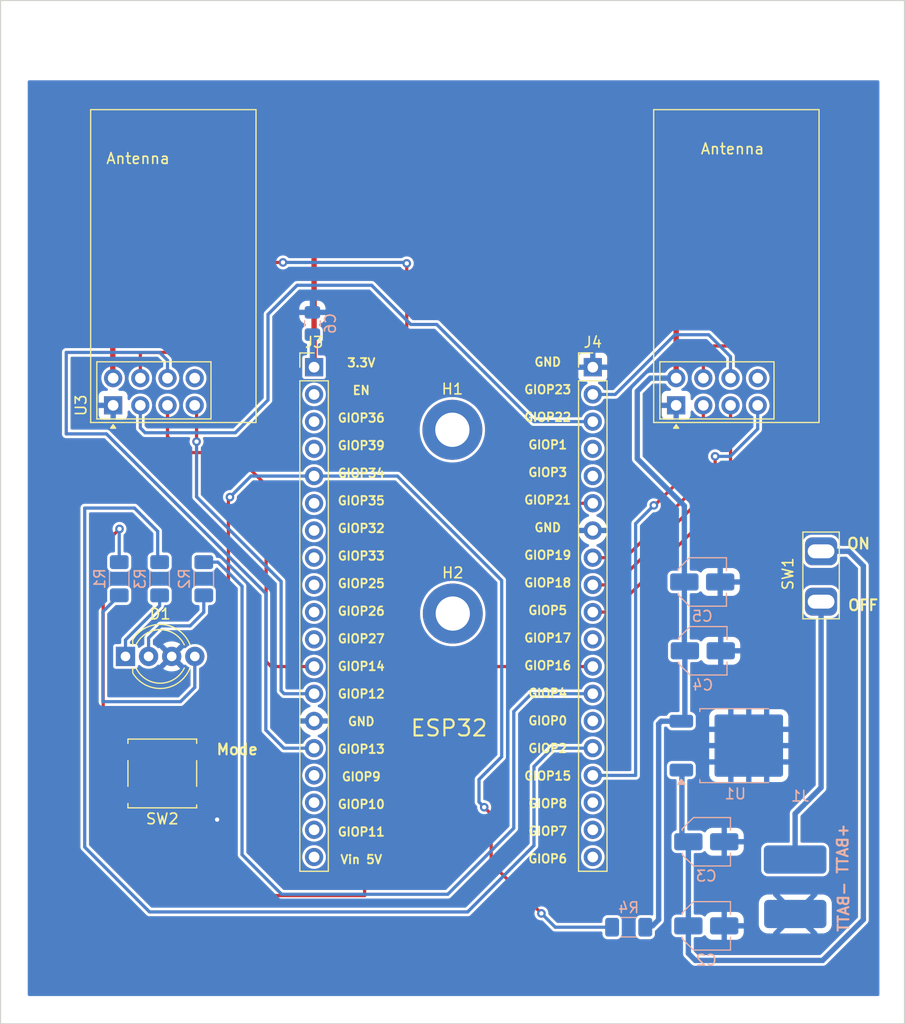
<source format=kicad_pcb>
(kicad_pcb (version 20241229) (generator "pcbnew") (generator_version "9.0")
  (layers (0 "F.Cu" signal) (2 "B.Cu" signal) (13 "F.Paste" user) (15 "B.Paste" user) (5 "F.SilkS" user "F.Silkscreen") (7 "B.SilkS" user "B.Silkscreen") (1 "F.Mask" user) (3 "B.Mask" user) (25 "Edge.Cuts" user))
  (net 0 "")
  (net 1 "+5V")
  (net 2 "GND")
  (net 3 "+3.3V")
  (net 4 "Net-(D1-GA)")
  (net 5 "Net-(D1-BA)")
  (net 6 "Net-(D1-RA)")
  (net 15 "Net-(J3-Pin_15)")
  (net 17 "Net-(J3-Pin_12)")
  (net 21 "Net-(J3-Pin_5)")
  (net 23 "Net-(J3-Pin_13)")
  (net 24 "Net-(J4-Pin_9)")
  (net 27 "Net-(J4-Pin_8)")
  (net 28 "Net-(J4-Pin_2)")
  (net 31 "Net-(J4-Pin_16)")
  (net 32 "Net-(J4-Pin_13)")
  (net 33 "Net-(J4-Pin_12)")
  (net 35 "Net-(J4-Pin_15)")
  (net 36 "Net-(J4-Pin_3)")
  (net 38 "Net-(J4-Pin_10)")
  (net 39 "Net-(J4-Pin_6)")
  (net 43 "+BATT")
  (footprint "Connector_PinHeader_2.54mm:PinHeader_1x19_P2.54mm_Vertical" (layer "F.Cu") (at 174.88 76.18)
    (property "Reference" "J3" (at 0 -2.33 0) (layer "F.SilkS"))
    (property "Value" "Conn_01x19_Socket")
    (fp_line (start -1.33 -1.33) (end 0 -1.33) (stroke (width 0.12)) (layer "F.SilkS"))
    (fp_line (start -1.33 0) (end -1.33 -1.33) (stroke (width 0.12)) (layer "F.SilkS"))
    (fp_line (start -1.33 1.27) (end -1.33 47.05) (stroke (width 0.12)) (layer "F.SilkS"))
    (fp_line (start -1.33 1.27) (end 1.33 1.27) (stroke (width 0.12)) (layer "F.SilkS"))
    (fp_line (start -1.33 47.05) (end 1.33 47.05) (stroke (width 0.12)) (layer "F.SilkS"))
    (fp_line (start 1.33 1.27) (end 1.33 47.05) (stroke (width 0.12)) (layer "F.SilkS"))
    (pad "1" thru_hole rect (at 0 0) (size 1.7 1.7) (drill 1) (layers "*.Cu" "*.Mask") (net 3 "+3.3V"))
    (pad "2" thru_hole oval (at 0 2.54) (size 1.7 1.7) (drill 1) (layers "*.Cu" "*.Mask"))
    (pad "3" thru_hole oval (at 0 5.08) (size 1.7 1.7) (drill 1) (layers "*.Cu" "*.Mask"))
    (pad "4" thru_hole oval (at 0 7.62) (size 1.7 1.7) (drill 1) (layers "*.Cu" "*.Mask"))
    (pad "5" thru_hole oval (at 0 10.16) (size 1.7 1.7) (drill 1) (layers "*.Cu" "*.Mask") (net 21 "Net-(J3-Pin_5)"))
    (pad "6" thru_hole oval (at 0 12.7) (size 1.7 1.7) (drill 1) (layers "*.Cu" "*.Mask"))
    (pad "7" thru_hole oval (at 0 15.24) (size 1.7 1.7) (drill 1) (layers "*.Cu" "*.Mask"))
    (pad "8" thru_hole oval (at 0 17.78) (size 1.7 1.7) (drill 1) (layers "*.Cu" "*.Mask"))
    (pad "9" thru_hole oval (at 0 20.32) (size 1.7 1.7) (drill 1) (layers "*.Cu" "*.Mask"))
    (pad "10" thru_hole oval (at 0 22.86) (size 1.7 1.7) (drill 1) (layers "*.Cu" "*.Mask"))
    (pad "11" thru_hole oval (at 0 25.4) (size 1.7 1.7) (drill 1) (layers "*.Cu" "*.Mask"))
    (pad "12" thru_hole oval (at 0 27.94) (size 1.7 1.7) (drill 1) (layers "*.Cu" "*.Mask") (net 17 "Net-(J3-Pin_12)"))
    (pad "13" thru_hole oval (at 0 30.48) (size 1.7 1.7) (drill 1) (layers "*.Cu" "*.Mask") (net 23 "Net-(J3-Pin_13)"))
    (pad "14" thru_hole oval (at 0 33.02) (size 1.7 1.7) (drill 1) (layers "*.Cu" "*.Mask") (net 2 "GND"))
    (pad "15" thru_hole oval (at 0 35.56) (size 1.7 1.7) (drill 1) (layers "*.Cu" "*.Mask") (net 15 "Net-(J3-Pin_15)"))
    (pad "16" thru_hole oval (at 0 38.1) (size 1.7 1.7) (drill 1) (layers "*.Cu" "*.Mask"))
    (pad "17" thru_hole oval (at 0 40.64) (size 1.7 1.7) (drill 1) (layers "*.Cu" "*.Mask"))
    (pad "18" thru_hole oval (at 0 43.18) (size 1.7 1.7) (drill 1) (layers "*.Cu" "*.Mask"))
    (pad "19" thru_hole oval (at 0 45.72) (size 1.7 1.7) (drill 1) (layers "*.Cu" "*.Mask"))
  )
  (footprint "Connector_PinHeader_2.54mm:PinHeader_1x19_P2.54mm_Vertical" (layer "F.Cu") (at 200.92 76.18)
    (property "Reference" "J4" (at 0 -2.33 0) (layer "F.SilkS"))
    (property "Value" "Conn_01x19_Socket")
    (fp_line (start -1.33 -1.33) (end 0 -1.33) (stroke (width 0.12)) (layer "F.SilkS"))
    (fp_line (start -1.33 0) (end -1.33 -1.33) (stroke (width 0.12)) (layer "F.SilkS"))
    (fp_line (start -1.33 1.27) (end -1.33 47.05) (stroke (width 0.12)) (layer "F.SilkS"))
    (fp_line (start -1.33 1.27) (end 1.33 1.27) (stroke (width 0.12)) (layer "F.SilkS"))
    (fp_line (start -1.33 47.05) (end 1.33 47.05) (stroke (width 0.12)) (layer "F.SilkS"))
    (fp_line (start 1.33 1.27) (end 1.33 47.05) (stroke (width 0.12)) (layer "F.SilkS"))
    (pad "1" thru_hole rect (at 0 0) (size 1.7 1.7) (drill 1) (layers "*.Cu" "*.Mask") (net 2 "GND"))
    (pad "2" thru_hole oval (at 0 2.54) (size 1.7 1.7) (drill 1) (layers "*.Cu" "*.Mask") (net 28 "Net-(J4-Pin_2)"))
    (pad "3" thru_hole oval (at 0 5.08) (size 1.7 1.7) (drill 1) (layers "*.Cu" "*.Mask") (net 36 "Net-(J4-Pin_3)"))
    (pad "4" thru_hole oval (at 0 7.62) (size 1.7 1.7) (drill 1) (layers "*.Cu" "*.Mask"))
    (pad "5" thru_hole oval (at 0 10.16) (size 1.7 1.7) (drill 1) (layers "*.Cu" "*.Mask"))
    (pad "6" thru_hole oval (at 0 12.7) (size 1.7 1.7) (drill 1) (layers "*.Cu" "*.Mask") (net 39 "Net-(J4-Pin_6)"))
    (pad "7" thru_hole oval (at 0 15.24) (size 1.7 1.7) (drill 1) (layers "*.Cu" "*.Mask") (net 2 "GND"))
    (pad "8" thru_hole oval (at 0 17.78) (size 1.7 1.7) (drill 1) (layers "*.Cu" "*.Mask") (net 27 "Net-(J4-Pin_8)"))
    (pad "9" thru_hole oval (at 0 20.32) (size 1.7 1.7) (drill 1) (layers "*.Cu" "*.Mask") (net 24 "Net-(J4-Pin_9)"))
    (pad "10" thru_hole oval (at 0 22.86) (size 1.7 1.7) (drill 1) (layers "*.Cu" "*.Mask") (net 38 "Net-(J4-Pin_10)"))
    (pad "11" thru_hole oval (at 0 25.4) (size 1.7 1.7) (drill 1) (layers "*.Cu" "*.Mask"))
    (pad "12" thru_hole oval (at 0 27.94) (size 1.7 1.7) (drill 1) (layers "*.Cu" "*.Mask") (net 33 "Net-(J4-Pin_12)"))
    (pad "13" thru_hole oval (at 0 30.48) (size 1.7 1.7) (drill 1) (layers "*.Cu" "*.Mask") (net 32 "Net-(J4-Pin_13)"))
    (pad "14" thru_hole oval (at 0 33.02) (size 1.7 1.7) (drill 1) (layers "*.Cu" "*.Mask"))
    (pad "15" thru_hole oval (at 0 35.56) (size 1.7 1.7) (drill 1) (layers "*.Cu" "*.Mask") (net 35 "Net-(J4-Pin_15)"))
    (pad "16" thru_hole oval (at 0 38.1) (size 1.7 1.7) (drill 1) (layers "*.Cu" "*.Mask") (net 31 "Net-(J4-Pin_16)"))
    (pad "17" thru_hole oval (at 0 40.64) (size 1.7 1.7) (drill 1) (layers "*.Cu" "*.Mask"))
    (pad "18" thru_hole oval (at 0 43.18) (size 1.7 1.7) (drill 1) (layers "*.Cu" "*.Mask"))
    (pad "19" thru_hole oval (at 0 45.72) (size 1.7 1.7) (drill 1) (layers "*.Cu" "*.Mask"))
  )
  (footprint "RF_Module:nRF24L01_Breakout" (layer "F.Cu") (at 208.71 79.74 90)
    (property "Reference" "U2" (hide yes))
    (property "Value" "NRF24L01_Breakout")
    (fp_line (start 27.6 -2.1) (end 27.6 13.35) (stroke (width 0.12)) (layer "F.SilkS"))
    (fp_line (start -1.6 -2.1) (end 27.6 -2.1) (stroke (width 0.12)) (layer "F.SilkS"))
    (fp_line (start -1.6 -2.1) (end -1.6 -2.1) (stroke (width 0.12)) (layer "F.SilkS"))
    (fp_line (start 4.064 -1.524) (end 4.064 9.144) (stroke (width 0.12)) (layer "F.SilkS"))
    (fp_line (start -1.27 -1.524) (end 4.064 -1.524) (stroke (width 0.12)) (layer "F.SilkS"))
    (fp_line (start -1.27 -1.524) (end -1.27 -1.524) (stroke (width 0.12)) (layer "F.SilkS"))
    (fp_line (start 4.064 9.144) (end -1.27 9.144) (stroke (width 0.12)) (layer "F.SilkS"))
    (fp_line (start -1.27 9.144) (end -1.27 -1.524) (stroke (width 0.12)) (layer "F.SilkS"))
    (fp_line (start -1.27 9.144) (end -1.27 9.144) (stroke (width 0.12)) (layer "F.SilkS"))
    (fp_line (start 27.6 13.35) (end -1.6 13.35) (stroke (width 0.12)) (layer "F.SilkS"))
    (fp_line (start -1.6 13.35) (end -1.6 -2.1) (stroke (width 0.12)) (layer "F.SilkS"))
    (fp_poly (pts (xy -1.8 0) (xy -2.136 0.24) (xy -2.136 -0.24) (xy -1.8 0)) (stroke (width 0.12)) (fill yes) (layer "F.SilkS"))
    (pad "1" thru_hole rect (at 0 0 90) (size 1.7 1.7) (drill 1) (layers "*.Cu" "*.Mask") (net 2 "GND"))
    (pad "2" thru_hole circle (at 2.54 0 90) (size 1.7 1.7) (drill 1) (layers "*.Cu" "*.Mask") (net 3 "+3.3V"))
    (pad "3" thru_hole circle (at 0 2.54 90) (size 1.7 1.7) (drill 1) (layers "*.Cu" "*.Mask") (net 31 "Net-(J4-Pin_16)"))
    (pad "4" thru_hole circle (at 2.54 2.54 90) (size 1.7 1.7) (drill 1) (layers "*.Cu" "*.Mask") (net 38 "Net-(J4-Pin_10)"))
    (pad "5" thru_hole circle (at 0 5.08 90) (size 1.7 1.7) (drill 1) (layers "*.Cu" "*.Mask") (net 24 "Net-(J4-Pin_9)"))
    (pad "6" thru_hole circle (at 2.54 5.08 90) (size 1.7 1.7) (drill 1) (layers "*.Cu" "*.Mask") (net 28 "Net-(J4-Pin_2)"))
    (pad "7" thru_hole circle (at 0 7.62 90) (size 1.7 1.7) (drill 1) (layers "*.Cu" "*.Mask") (net 27 "Net-(J4-Pin_8)"))
    (pad "8" thru_hole circle (at 2.54 7.62 90) (size 1.7 1.7) (drill 1) (layers "*.Cu" "*.Mask"))
  )
  (footprint "LED_THT:LED_D5.0mm-4_RGB_Wide_Pins" (layer "F.Cu") (at 157.26 103.175)
    (property "Reference" "D1" (at 3.2385 -3.96 0) (layer "F.SilkS"))
    (property "Value" "LED_BGKR")
    (fp_line (start 0.6785 -1.545) (end 0.6785 -1.08) (stroke (width 0.12)) (layer "F.SilkS"))
    (fp_line (start 0.6785 1.08) (end 0.6785 1.545) (stroke (width 0.12)) (layer "F.SilkS"))
    (fp_arc (start 0.6785 -1.54483) (mid 3.496956 -2.978809) (end 6.026315 -1.080827) (stroke (width 0.12)) (layer "F.SilkS"))
    (fp_arc (start 0.983816 -1.08) (mid 3.238262 -2.5) (end 5.492979 -1.080429) (stroke (width 0.12)) (layer "F.SilkS"))
    (fp_arc (start 5.492979 1.080429) (mid 3.238262 2.5) (end 0.983816 1.08) (stroke (width 0.12)) (layer "F.SilkS"))
    (fp_arc (start 6.026315 1.080827) (mid 3.496956 2.978808) (end 0.6785 1.54483) (stroke (width 0.12)) (layer "F.SilkS"))
    (pad "1" thru_hole rect (at 0 0) (size 1.8 1.8) (drill 0.9) (layers "*.Cu" "*.Mask") (net 5 "Net-(D1-BA)"))
    (pad "2" thru_hole circle (at 2.159 0) (size 1.8 1.8) (drill 0.9) (layers "*.Cu" "*.Mask") (net 4 "Net-(D1-GA)"))
    (pad "3" thru_hole circle (at 4.318 0) (size 1.8 1.8) (drill 0.9) (layers "*.Cu" "*.Mask") (net 2 "GND"))
    (pad "4" thru_hole circle (at 6.477 0) (size 1.8 1.8) (drill 0.9) (layers "*.Cu" "*.Mask") (net 6 "Net-(D1-RA)"))
  )
  (footprint "Button_Switch_SMD:SW_Push_1P1T_NO_CK_KSC7xxJ" (layer "F.Cu") (at 160.7 114.1)
    (property "Reference" "SW2" (at 0 4.24 0) (layer "F.SilkS"))
    (property "Value" "SW_Push")
    (fp_line (start -3.21 -3.21) (end -3.21 -2.8) (stroke (width 0.12)) (layer "F.SilkS"))
    (fp_line (start -3.21 -1.2) (end -3.21 1.2) (stroke (width 0.12)) (layer "F.SilkS"))
    (fp_line (start -3.21 2.8) (end -3.21 3.21) (stroke (width 0.12)) (layer "F.SilkS"))
    (fp_line (start -3.21 3.21) (end 3.21 3.21) (stroke (width 0.12)) (layer "F.SilkS"))
    (fp_line (start 3.21 -3.21) (end -3.21 -3.21) (stroke (width 0.12)) (layer "F.SilkS"))
    (fp_line (start 3.21 -2.8) (end 3.21 -3.21) (stroke (width 0.12)) (layer "F.SilkS"))
    (fp_line (start 3.21 1.2) (end 3.21 -1.2) (stroke (width 0.12)) (layer "F.SilkS"))
    (fp_line (start 3.21 3.21) (end 3.21 2.93) (stroke (width 0.12)) (layer "F.SilkS"))
    (pad "1" smd rect (at -2.9 -2) (size 2.8 1) (layers "F.Cu" "F.Mask" "F.Paste") (net 21 "Net-(J3-Pin_5)"))
    (pad "1" smd rect (at 2.9 -2) (size 2.8 1) (layers "F.Cu" "F.Mask" "F.Paste") (net 21 "Net-(J3-Pin_5)"))
    (pad "2" smd rect (at -2.9 2) (size 2.8 1) (layers "F.Cu" "F.Mask" "F.Paste") (net 2 "GND"))
    (pad "2" smd rect (at 2.9 2) (size 2.8 1) (layers "F.Cu" "F.Mask" "F.Paste") (net 2 "GND"))
  )
  (footprint "MountingHole:MountingHole_3.2mm_M3_DIN965_Pad" (layer "F.Cu") (at 187.84 99.175)
    (property "Reference" "H2" (at 0 -3.8 0) (layer "F.SilkS"))
    (property "Value" "MountingHole")
    (pad "1" thru_hole circle (at 0 0) (size 5.6 5.6) (drill 3.2) (layers "*.Cu" "*.Mask"))
  )
  (footprint "Huellas_propias:spst 1" (layer "F.Cu") (at 222.45 98.165 90)
    (property "Reference" "SW1" (at 2.7 -3.3 90) (layer "F.SilkS"))
    (property "Value" "SW_DIP_x01")
    (fp_line (start -1.5 -1.9) (end 6.6 -1.9) (stroke (width 0.12)) (layer "F.SilkS"))
    (fp_line (start -1.5 -1.9) (end -1.5 1.5) (stroke (width 0.12)) (layer "F.SilkS"))
    (fp_line (start 6.6 1.5) (end 6.6 -1.9) (stroke (width 0.12)) (layer "F.SilkS"))
    (fp_line (start 6.6 1.5) (end -1.5 1.5) (stroke (width 0.12)) (layer "F.SilkS"))
    (pad "1" thru_hole roundrect (at 0.1 -0.2 90) (size 2.6 3) (drill oval 1.3 2.5) (layers "*.Cu" "*.Mask") (net 43 "+BATT"))
    (pad "2" thru_hole roundrect (at 4.8 -0.2 90) (size 2.6 3) (drill oval 1.3 2.5) (layers "*.Cu" "*.Mask") (net 1 "+5V"))
  )
  (footprint "RF_Module:nRF24L01_Breakout" (layer "F.Cu") (at 156.105 79.74 90)
    (property "Reference" "U3" (at 0 -3 90) (layer "F.SilkS"))
    (property "Value" "NRF24L01_Breakout")
    (fp_line (start 27.6 -2.1) (end 27.6 13.35) (stroke (width 0.12)) (layer "F.SilkS"))
    (fp_line (start -1.6 -2.1) (end 27.6 -2.1) (stroke (width 0.12)) (layer "F.SilkS"))
    (fp_line (start -1.6 -2.1) (end -1.6 -2.1) (stroke (width 0.12)) (layer "F.SilkS"))
    (fp_line (start 4.064 -1.524) (end 4.064 9.144) (stroke (width 0.12)) (layer "F.SilkS"))
    (fp_line (start -1.27 -1.524) (end 4.064 -1.524) (stroke (width 0.12)) (layer "F.SilkS"))
    (fp_line (start -1.27 -1.524) (end -1.27 -1.524) (stroke (width 0.12)) (layer "F.SilkS"))
    (fp_line (start 4.064 9.144) (end -1.27 9.144) (stroke (width 0.12)) (layer "F.SilkS"))
    (fp_line (start -1.27 9.144) (end -1.27 -1.524) (stroke (width 0.12)) (layer "F.SilkS"))
    (fp_line (start -1.27 9.144) (end -1.27 9.144) (stroke (width 0.12)) (layer "F.SilkS"))
    (fp_line (start 27.6 13.35) (end -1.6 13.35) (stroke (width 0.12)) (layer "F.SilkS"))
    (fp_line (start -1.6 13.35) (end -1.6 -2.1) (stroke (width 0.12)) (layer "F.SilkS"))
    (fp_poly (pts (xy -1.8 0) (xy -2.136 0.24) (xy -2.136 -0.24) (xy -1.8 0)) (stroke (width 0.12)) (fill yes) (layer "F.SilkS"))
    (pad "1" thru_hole rect (at 0 0 90) (size 1.7 1.7) (drill 1) (layers "*.Cu" "*.Mask") (net 2 "GND"))
    (pad "2" thru_hole circle (at 2.54 0 90) (size 1.7 1.7) (drill 1) (layers "*.Cu" "*.Mask") (net 3 "+3.3V"))
    (pad "3" thru_hole circle (at 0 2.54 90) (size 1.7 1.7) (drill 1) (layers "*.Cu" "*.Mask") (net 36 "Net-(J4-Pin_3)"))
    (pad "4" thru_hole circle (at 2.54 2.54 90) (size 1.7 1.7) (drill 1) (layers "*.Cu" "*.Mask") (net 39 "Net-(J4-Pin_6)"))
    (pad "5" thru_hole circle (at 0 5.08 90) (size 1.7 1.7) (drill 1) (layers "*.Cu" "*.Mask") (net 17 "Net-(J3-Pin_12)"))
    (pad "6" thru_hole circle (at 2.54 5.08 90) (size 1.7 1.7) (drill 1) (layers "*.Cu" "*.Mask") (net 15 "Net-(J3-Pin_15)"))
    (pad "7" thru_hole circle (at 0 7.62 90) (size 1.7 1.7) (drill 1) (layers "*.Cu" "*.Mask") (net 23 "Net-(J3-Pin_13)"))
    (pad "8" thru_hole circle (at 2.54 7.62 90) (size 1.7 1.7) (drill 1) (layers "*.Cu" "*.Mask"))
  )
  (footprint "MountingHole:MountingHole_3.2mm_M3_DIN965_Pad" (layer "F.Cu") (at 187.8 82.02)
    (property "Reference" "H1" (at 0 -3.8 0) (layer "F.SilkS"))
    (property "Value" "MountingHole")
    (pad "1" thru_hole circle (at 0 0) (size 5.6 5.6) (drill 3.2) (layers "*.Cu" "*.Mask"))
  )
  (footprint "Resistor_SMD:R_1206_3216Metric_Pad1.30x1.75mm_HandSolder" (layer "B.Cu") (at 164.575 95.925 -90)
    (property "Reference" "R2" (at 0 1.82 90) (layer "B.SilkS") (effects (justify mirror)))
    (property "Value" "220")
    (fp_line (start -0.727064 0.91) (end 0.727064 0.91) (stroke (width 0.12)) (layer "B.SilkS"))
    (fp_line (start -0.727064 -0.91) (end 0.727064 -0.91) (stroke (width 0.12)) (layer "B.SilkS"))
    (pad "1" smd roundrect (at -1.55 0 270) (size 1.3 1.75) (layers "B.Cu" "B.Mask" "B.Paste") (roundrect_rratio 0.192308) (net 32 "Net-(J4-Pin_13)"))
    (pad "2" smd roundrect (at 1.55 0 270) (size 1.3 1.75) (layers "B.Cu" "B.Mask" "B.Paste") (roundrect_rratio 0.192308) (net 4 "Net-(D1-GA)"))
  )
  (footprint "Capacitor_SMD:C_Elec_4x5.4" (layer "B.Cu") (at 211.525 128.325)
    (property "Reference" "C2" (at 0 3.2 180) (layer "B.SilkS") (effects (justify mirror)))
    (property "Value" "2.2u")
    (fp_line (start -2.26 -1.195563) (end -2.26 -1.06) (stroke (width 0.12)) (layer "B.SilkS"))
    (fp_line (start -2.26 -1.195563) (end -1.195563 -2.26) (stroke (width 0.12)) (layer "B.SilkS"))
    (fp_line (start -2.26 1.195563) (end -2.26 1.06) (stroke (width 0.12)) (layer "B.SilkS"))
    (fp_line (start -2.26 1.195563) (end -1.195563 2.26) (stroke (width 0.12)) (layer "B.SilkS"))
    (fp_line (start -1.195563 -2.26) (end 2.26 -2.26) (stroke (width 0.12)) (layer "B.SilkS"))
    (fp_line (start -1.195563 2.26) (end 2.26 2.26) (stroke (width 0.12)) (layer "B.SilkS"))
    (fp_line (start 2.26 -2.26) (end 2.26 -1.06) (stroke (width 0.12)) (layer "B.SilkS"))
    (fp_line (start 2.26 2.26) (end 2.26 1.06) (stroke (width 0.12)) (layer "B.SilkS"))
    (pad "1" smd roundrect (at -1.675 0) (size 2.65 1.6) (layers "B.Cu" "B.Mask" "B.Paste") (roundrect_rratio 0.15625) (net 1 "+5V"))
    (pad "2" smd roundrect (at 1.675 0) (size 2.65 1.6) (layers "B.Cu" "B.Mask" "B.Paste") (roundrect_rratio 0.15625) (net 2 "GND"))
  )
  (footprint "Resistor_SMD:R_1206_3216Metric_Pad1.30x1.75mm_HandSolder" (layer "B.Cu") (at 156.675 95.925 -90)
    (property "Reference" "R1" (at 0 1.82 90) (layer "B.SilkS") (effects (justify mirror)))
    (property "Value" "220")
    (fp_line (start -0.727064 0.91) (end 0.727064 0.91) (stroke (width 0.12)) (layer "B.SilkS"))
    (fp_line (start -0.727064 -0.91) (end 0.727064 -0.91) (stroke (width 0.12)) (layer "B.SilkS"))
    (pad "1" smd roundrect (at -1.55 0 270) (size 1.3 1.75) (layers "B.Cu" "B.Mask" "B.Paste") (roundrect_rratio 0.192308) (net 33 "Net-(J4-Pin_12)"))
    (pad "2" smd roundrect (at 1.55 0 270) (size 1.3 1.75) (layers "B.Cu" "B.Mask" "B.Paste") (roundrect_rratio 0.192308) (net 6 "Net-(D1-RA)"))
  )
  (footprint "Capacitor_SMD:C_0805_2012Metric_Pad1.18x1.45mm_HandSolder" (layer "B.Cu") (at 174.725 72.1 90)
    (property "Reference" "C6" (at 0 1.68 90) (layer "B.SilkS") (effects (justify mirror)))
    (property "Value" "100n")
    (fp_line (start -0.261252 -0.735) (end 0.261252 -0.735) (stroke (width 0.12)) (layer "B.SilkS"))
    (fp_line (start -0.261252 0.735) (end 0.261252 0.735) (stroke (width 0.12)) (layer "B.SilkS"))
    (pad "1" smd roundrect (at -1.0375 0 90) (size 1.175 1.45) (layers "B.Cu" "B.Mask" "B.Paste") (roundrect_rratio 0.212766) (net 3 "+3.3V"))
    (pad "2" smd roundrect (at 1.0375 0 90) (size 1.175 1.45) (layers "B.Cu" "B.Mask" "B.Paste") (roundrect_rratio 0.212766) (net 2 "GND"))
  )
  (footprint "Resistor_SMD:R_1206_3216Metric_Pad1.30x1.75mm_HandSolder" (layer "B.Cu") (at 160.45 95.925 -90)
    (property "Reference" "R3" (at 0 1.82 90) (layer "B.SilkS") (effects (justify mirror)))
    (property "Value" "220")
    (fp_line (start -0.727064 0.91) (end 0.727064 0.91) (stroke (width 0.12)) (layer "B.SilkS"))
    (fp_line (start -0.727064 -0.91) (end 0.727064 -0.91) (stroke (width 0.12)) (layer "B.SilkS"))
    (pad "1" smd roundrect (at -1.55 0 270) (size 1.3 1.75) (layers "B.Cu" "B.Mask" "B.Paste") (roundrect_rratio 0.192308) (net 35 "Net-(J4-Pin_15)"))
    (pad "2" smd roundrect (at 1.55 0 270) (size 1.3 1.75) (layers "B.Cu" "B.Mask" "B.Paste") (roundrect_rratio 0.192308) (net 5 "Net-(D1-BA)"))
  )
  (footprint "Capacitor_SMD:C_Elec_4x5.4" (layer "B.Cu") (at 211.15 96.225)
    (property "Reference" "C5" (at 0 3.2 180) (layer "B.SilkS") (effects (justify mirror)))
    (property "Value" "2.2u")
    (fp_line (start -2.26 -1.195563) (end -2.26 -1.06) (stroke (width 0.12)) (layer "B.SilkS"))
    (fp_line (start -2.26 -1.195563) (end -1.195563 -2.26) (stroke (width 0.12)) (layer "B.SilkS"))
    (fp_line (start -2.26 1.195563) (end -2.26 1.06) (stroke (width 0.12)) (layer "B.SilkS"))
    (fp_line (start -2.26 1.195563) (end -1.195563 2.26) (stroke (width 0.12)) (layer "B.SilkS"))
    (fp_line (start -1.195563 -2.26) (end 2.26 -2.26) (stroke (width 0.12)) (layer "B.SilkS"))
    (fp_line (start -1.195563 2.26) (end 2.26 2.26) (stroke (width 0.12)) (layer "B.SilkS"))
    (fp_line (start 2.26 -2.26) (end 2.26 -1.06) (stroke (width 0.12)) (layer "B.SilkS"))
    (fp_line (start 2.26 2.26) (end 2.26 1.06) (stroke (width 0.12)) (layer "B.SilkS"))
    (pad "1" smd roundrect (at -1.675 0) (size 2.65 1.6) (layers "B.Cu" "B.Mask" "B.Paste") (roundrect_rratio 0.15625) (net 3 "+3.3V"))
    (pad "2" smd roundrect (at 1.675 0) (size 2.65 1.6) (layers "B.Cu" "B.Mask" "B.Paste") (roundrect_rratio 0.15625) (net 2 "GND"))
  )
  (footprint "Package_TO_SOT_SMD:TO-252-2" (layer "B.Cu") (at 214.235 111.5025)
    (property "Reference" "U1" (at 0 4.5 180) (layer "B.SilkS") (effects (justify mirror)))
    (property "Value" "LF33_TO252")
    (fp_line (start -3.31 -3.45) (end -3.31 -3.18) (stroke (width 0.12)) (layer "B.SilkS"))
    (fp_line (start -3.31 3.45) (end -3.31 3.18) (stroke (width 0.12)) (layer "B.SilkS"))
    (fp_line (start 3.11 -3.45) (end -3.31 -3.45) (stroke (width 0.12)) (layer "B.SilkS"))
    (fp_line (start 3.11 3.45) (end -3.31 3.45) (stroke (width 0.12)) (layer "B.SilkS"))
    (fp_poly (pts (xy -5.04 3.14) (xy -5.38 3.61) (xy -4.7 3.61) (xy -5.04 3.14)) (stroke (width 0.12)) (fill yes) (layer "B.SilkS"))
    (pad "1" smd roundrect (at -5.04 2.28) (size 2.2 1.2) (layers "B.Cu" "B.Mask" "B.Paste") (roundrect_rratio 0.208333) (net 1 "+5V"))
    (pad "2" smd roundrect (at -0.415 -1.525) (size 3.05 2.75) (layers "B.Cu" "B.Paste") (roundrect_rratio 0.090909) (net 2 "GND"))
    (pad "2" smd roundrect (at -0.415 1.525) (size 3.05 2.75) (layers "B.Cu" "B.Paste") (roundrect_rratio 0.090909) (net 2 "GND"))
    (pad "2" smd roundrect (at 1.26 0) (size 6.4 5.8) (layers "B.Cu" "B.Mask") (roundrect_rratio 0.043103) (net 2 "GND"))
    (pad "2" smd roundrect (at 2.935 -1.525) (size 3.05 2.75) (layers "B.Cu" "B.Paste") (roundrect_rratio 0.090909) (net 2 "GND"))
    (pad "2" smd roundrect (at 2.935 1.525) (size 3.05 2.75) (layers "B.Cu" "B.Paste") (roundrect_rratio 0.090909) (net 2 "GND"))
    (pad "3" smd roundrect (at -5.04 -2.28) (size 2.2 1.2) (layers "B.Cu" "B.Mask" "B.Paste") (roundrect_rratio 0.208333) (net 3 "+3.3V"))
  )
  (footprint "Capacitor_SMD:C_Elec_4x5.4" (layer "B.Cu") (at 211.2 102.65)
    (property "Reference" "C4" (at 0 3.2 180) (layer "B.SilkS") (effects (justify mirror)))
    (property "Value" "10u")
    (fp_line (start -2.26 -1.195563) (end -2.26 -1.06) (stroke (width 0.12)) (layer "B.SilkS"))
    (fp_line (start -2.26 -1.195563) (end -1.195563 -2.26) (stroke (width 0.12)) (layer "B.SilkS"))
    (fp_line (start -2.26 1.195563) (end -2.26 1.06) (stroke (width 0.12)) (layer "B.SilkS"))
    (fp_line (start -2.26 1.195563) (end -1.195563 2.26) (stroke (width 0.12)) (layer "B.SilkS"))
    (fp_line (start -1.195563 -2.26) (end 2.26 -2.26) (stroke (width 0.12)) (layer "B.SilkS"))
    (fp_line (start -1.195563 2.26) (end 2.26 2.26) (stroke (width 0.12)) (layer "B.SilkS"))
    (fp_line (start 2.26 -2.26) (end 2.26 -1.06) (stroke (width 0.12)) (layer "B.SilkS"))
    (fp_line (start 2.26 2.26) (end 2.26 1.06) (stroke (width 0.12)) (layer "B.SilkS"))
    (pad "1" smd roundrect (at -1.675 0) (size 2.65 1.6) (layers "B.Cu" "B.Mask" "B.Paste") (roundrect_rratio 0.15625) (net 3 "+3.3V"))
    (pad "2" smd roundrect (at 1.675 0) (size 2.65 1.6) (layers "B.Cu" "B.Mask" "B.Paste") (roundrect_rratio 0.15625) (net 2 "GND"))
  )
  (footprint "Resistor_SMD:R_1206_3216Metric_Pad1.30x1.75mm_HandSolder" (layer "B.Cu") (at 204.275 128.45 180)
    (property "Reference" "R4" (at 0 1.82 0) (layer "B.SilkS") (effects (justify mirror)))
    (property "Value" "1k")
    (fp_line (start -0.727064 0.91) (end 0.727064 0.91) (stroke (width 0.12)) (layer "B.SilkS"))
    (fp_line (start -0.727064 -0.91) (end 0.727064 -0.91) (stroke (width 0.12)) (layer "B.SilkS"))
    (pad "1" smd roundrect (at -1.55 0 180) (size 1.3 1.75) (layers "B.Cu" "B.Mask" "B.Paste") (roundrect_rratio 0.192308) (net 3 "+3.3V"))
    (pad "2" smd roundrect (at 1.55 0 180) (size 1.3 1.75) (layers "B.Cu" "B.Mask" "B.Paste") (roundrect_rratio 0.192308) (net 21 "Net-(J3-Pin_5)"))
  )
  (footprint "Capacitor_SMD:C_Elec_4x5.4" (layer "B.Cu") (at 211.525 120.475)
    (property "Reference" "C3" (at 0 3.2 180) (layer "B.SilkS") (effects (justify mirror)))
    (property "Value" "10u")
    (fp_line (start -2.26 -1.195563) (end -2.26 -1.06) (stroke (width 0.12)) (layer "B.SilkS"))
    (fp_line (start -2.26 -1.195563) (end -1.195563 -2.26) (stroke (width 0.12)) (layer "B.SilkS"))
    (fp_line (start -2.26 1.195563) (end -2.26 1.06) (stroke (width 0.12)) (layer "B.SilkS"))
    (fp_line (start -2.26 1.195563) (end -1.195563 2.26) (stroke (width 0.12)) (layer "B.SilkS"))
    (fp_line (start -1.195563 -2.26) (end 2.26 -2.26) (stroke (width 0.12)) (layer "B.SilkS"))
    (fp_line (start -1.195563 2.26) (end 2.26 2.26) (stroke (width 0.12)) (layer "B.SilkS"))
    (fp_line (start 2.26 -2.26) (end 2.26 -1.06) (stroke (width 0.12)) (layer "B.SilkS"))
    (fp_line (start 2.26 2.26) (end 2.26 1.06) (stroke (width 0.12)) (layer "B.SilkS"))
    (pad "1" smd roundrect (at -1.675 0) (size 2.65 1.6) (layers "B.Cu" "B.Mask" "B.Paste") (roundrect_rratio 0.15625) (net 1 "+5V"))
    (pad "2" smd roundrect (at 1.675 0) (size 2.65 1.6) (layers "B.Cu" "B.Mask" "B.Paste") (roundrect_rratio 0.15625) (net 2 "GND"))
  )
  (footprint "Huellas_propias:conector_pad" (layer "B.Cu") (at 223.1 114.51625 180)
    (property "Reference" "J1" (at 2.8 -1.7 0) (layer "B.SilkS") (effects (justify mirror)))
    (property "Value" "Conn_01x02_Pin" (hide yes))
    (pad "1" smd roundrect (at 3.27375 -7.6175 180) (size 5.8525 2.635) (layers "B.Cu" "B.Mask" "B.Paste") (roundrect_rratio 0.15) (net 43 "+BATT"))
    (pad "2" smd roundrect (at 3.26 -12.7 180) (size 5.825 2.635) (layers "B.Cu" "B.Mask" "B.Paste") (roundrect_rratio 0.15) (net 2 "GND"))
  )
  (gr_rect (start 145.585 41.955) (end 230.045 137.46) (stroke (width 0.1)) (fill no) (layer "Edge.Cuts"))
  (gr_text "ESP32" (at 187.49 109.87 0) (layer "F.SilkS") (effects (font (size 1.5 1.5) (thickness 0.2) (bold yes))))
  (gr_text "Antenna" (at 158.43 56.7 0) (layer "F.SilkS") (effects (font (size 1 1))))
  (gr_text "ON" (at 225.75 92.65 0) (layer "F.SilkS") (effects (font (size 1 1) (thickness 0.2) (bold yes))))
  (gr_text "GND\n\nGIOP23\n\nGIOP22\n\nGIOP1\n\nGIOP3\n\nGIOP21\n\nGND\n\nGIOP19\n\nGIOP18\n\nGIOP5\n\nGIOP17\n\nGIOP16\n\nGIOP4\n\nGIOP0\n\nGIOP2\n\nGIOP15\n\nGIOP8\n\nGIOP7\n\nGIOP6" (at 196.71 98.88 0) (layer "F.SilkS") (effects (font (size 0.8 0.8) (thickness 0.17) (bold yes))))
  (gr_text "3.3V\n\nEN\n\nGIOP36\n\nGIOP39\n\nGIOP34\n\nGIOP35\n\nGIOP32\n\nGIOP33\n\nGIOP25\n\nGIOP26\n\nGIOP27\n\nGIOP14\n\nGIOP12\n\nGND\n\nGIOP13\n\nGIOP9\n\nGIOP10\n\nGIOP11\n\nVin 5V" (at 179.29 98.95 0) (layer "F.SilkS") (effects (font (size 0.8 0.8) (thickness 0.17) (bold yes))))
  (gr_text "OFF" (at 226.175 98.4 0) (layer "F.SilkS") (effects (font (size 1 1) (thickness 0.2) (bold yes))))
  (gr_text "Mode" (at 167.7 111.86 0) (layer "F.SilkS") (effects (font (size 1 1) (thickness 0.2) (bold yes))))
  (gr_text "Antenna" (at 213.975 55.8 0) (layer "F.SilkS") (effects (font (size 1 1))))
  (gr_text "+BATT" (at 224.275 121.125 90) (layer "B.SilkS") (effects (font (size 1 1) (thickness 0.2) (bold yes)) (justify mirror)))
  (gr_text "-BATT" (at 224.35 126.55 90) (layer "B.SilkS") (effects (font (size 1 1) (thickness 0.2) (bold yes)) (justify mirror)))
  (segment (start 209.85 130.9) (end 210.5 131.55) (width 0.5) (layer "B.Cu") (net 1))
  (segment (start 224.84 93.365) (end 222.25 93.365) (width 0.5) (layer "B.Cu") (net 1))
  (segment (start 209.25 119.875) (end 209.85 120.475) (width 0.5) (layer "B.Cu") (net 1))
  (segment (start 209.85 128.325) (end 209.85 130.9) (width 0.5) (layer "B.Cu") (net 1))
  (segment (start 210.5 131.55) (end 222.4 131.55) (width 0.5) (layer "B.Cu") (net 1))
  (segment (start 226.2 94.725) (end 224.84 93.365) (width 0.5) (layer "B.Cu") (net 1))
  (segment (start 209.85 120.475) (end 209.85 128.325) (width 0.5) (layer "B.Cu") (net 1))
  (segment (start 226.2 127.75) (end 226.2 94.725) (width 0.5) (layer "B.Cu") (net 1))
  (segment (start 209.25 113.8375) (end 209.25 119.875) (width 0.5) (layer "B.Cu") (net 1))
  (segment (start 222.4 131.55) (end 226.2 127.75) (width 0.5) (layer "B.Cu") (net 1))
  (segment (start 165.82 116.405) (end 165.82 118.405) (width 0.5) (layer "F.Cu") (net 2))
  (segment (start 163.6 116.1) (end 157.8 116.1) (width 0.5) (layer "F.Cu") (net 2))
  (segment (start 163.6 116.1) (end 165.515 116.1) (width 0.5) (layer "F.Cu") (net 2))
  (segment (start 165.515 116.1) (end 165.82 116.405) (width 0.5) (layer "F.Cu") (net 2))
  (via (at 165.82 118.405) (size 0.8) (drill 0.4) (layers "F.Cu" "B.Cu") (net 2))
  (segment (start 208.71 77.2) (end 208.71 70.61) (width 0.5) (layer "F.Cu") (net 3))
  (segment (start 161.43 65.2) (end 174.875 65.2) (width 0.5) (layer "F.Cu") (net 3))
  (segment (start 208.71 70.61) (end 203.3 65.2) (width 0.5) (layer "F.Cu") (net 3))
  (segment (start 156.075 77.17) (end 156.075 70.555) (width 0.5) (layer "F.Cu") (net 3))
  (segment (start 203.3 65.2) (end 174.875 65.2) (width 0.5) (layer "F.Cu") (net 3))
  (segment (start 174.88 76.18) (end 174.88 65.205) (width 0.5) (layer "F.Cu") (net 3))
  (segment (start 156.075 70.555) (end 161.43 65.2) (width 0.5) (layer "F.Cu") (net 3))
  (segment (start 174.88 65.205) (end 174.875 65.2) (width 0.5) (layer "F.Cu") (net 3))
  (segment (start 209.475 96.225) (end 209.475 102.6) (width 0.5) (layer "B.Cu") (net 3))
  (segment (start 208.71 77.2) (end 206.3 77.2) (width 0.5) (layer "B.Cu") (net 3))
  (segment (start 206.5 128.325) (end 205.95 128.325) (width 0.5) (layer "B.Cu") (net 3))
  (segment (start 209.475 89.121504) (end 209.475 96.225) (width 0.5) (layer "B.Cu") (net 3))
  (segment (start 209.525 102.65) (end 209.525 108.8925) (width 0.5) (layer "B.Cu") (net 3))
  (segment (start 205.075 78.425) (end 205.075 84.721504) (width 0.5) (layer "B.Cu") (net 3))
  (segment (start 209.195 109.2225) (end 207.3225 109.2225) (width 0.5) (layer "B.Cu") (net 3))
  (segment (start 207.075 109.47) (end 207.075 127.75) (width 0.5) (layer "B.Cu") (net 3))
  (segment (start 206.3 77.2) (end 205.075 78.425) (width 0.5) (layer "B.Cu") (net 3))
  (segment (start 174.725 73.1375) (end 174.725 76.025) (width 0.5) (layer "B.Cu") (net 3))
  (segment (start 207.075 127.75) (end 206.5 128.325) (width 0.5) (layer "B.Cu") (net 3))
  (segment (start 207.3225 109.2225) (end 207.075 109.47) (width 0.5) (layer "B.Cu") (net 3))
  (segment (start 205.075 84.721504) (end 209.475 89.121504) (width 0.5) (layer "B.Cu") (net 3))
  (segment (start 164.575 97.475) (end 164.575 99.05) (width 0.3) (layer "B.Cu") (net 4))
  (segment (start 164.575 99.05) (end 163.3 100.325) (width 0.3) (layer "B.Cu") (net 4))
  (segment (start 163.3 100.325) (end 160.55 100.325) (width 0.3) (layer "B.Cu") (net 4))
  (segment (start 160.55 100.325) (end 159.419 101.456) (width 0.3) (layer "B.Cu") (net 4))
  (segment (start 159.419 101.456) (end 159.419 103.175) (width 0.3) (layer "B.Cu") (net 4))
  (segment (start 160.45 97.475) (end 160.45 98.45) (width 0.3) (layer "B.Cu") (net 5))
  (segment (start 157.26 101.64) (end 157.26 103.175) (width 0.3) (layer "B.Cu") (net 5))
  (segment (start 160.45 98.45) (end 157.26 101.64) (width 0.3) (layer "B.Cu") (net 5))
  (segment (start 155.15 99) (end 155.15 107.4) (width 0.3) (layer "B.Cu") (net 6))
  (segment (start 155.15 107.4) (end 162.4 107.4) (width 0.3) (layer "B.Cu") (net 6))
  (segment (start 156.675 97.475) (end 155.15 99) (width 0.3) (layer "B.Cu") (net 6))
  (segment (start 162.4 107.4) (end 163.737 106.063) (width 0.3) (layer "B.Cu") (net 6))
  (segment (start 163.737 106.063) (end 163.737 103.175) (width 0.3) (layer "B.Cu") (net 6))
  (segment (start 161.185 75.535) (end 160.45 74.8) (width 0.3) (layer "B.Cu") (net 15))
  (segment (start 172.06 111.74) (end 174.88 111.74) (width 0.3) (layer "B.Cu") (net 15))
  (segment (start 161.185 77.2) (end 161.185 75.535) (width 0.3) (layer "B.Cu") (net 15))
  (segment (start 170.375 97.3) (end 170.375 110.055) (width 0.3) (layer "B.Cu") (net 15))
  (segment (start 160.45 74.8) (end 151.725 74.8) (width 0.3) (layer "B.Cu") (net 15))
  (segment (start 170.375 110.055) (end 172.06 111.74) (width 0.3) (layer "B.Cu") (net 15))
  (segment (start 151.725 74.8) (end 151.725 82.405) (width 0.3) (layer "B.Cu") (net 15))
  (segment (start 155.48 82.405) (end 170.375 97.3) (width 0.3) (layer "B.Cu") (net 15))
  (segment (start 151.725 82.405) (end 155.48 82.405) (width 0.3) (layer "B.Cu") (net 15))
  (segment (start 170.4 103.65) (end 170.87 104.12) (width 0.3) (layer "F.Cu") (net 17))
  (segment (start 161.185 82.66) (end 162.675 84.15) (width 0.3) (layer "F.Cu") (net 17))
  (segment (start 167.35 84.15) (end 170.4 87.2) (width 0.3) (layer "F.Cu") (net 17))
  (segment (start 170.87 104.12) (end 174.88 104.12) (width 0.3) (layer "F.Cu") (net 17))
  (segment (start 161.185 79.74) (end 161.185 82.66) (width 0.3) (layer "F.Cu") (net 17))
  (segment (start 162.675 84.15) (end 167.35 84.15) (width 0.3) (layer "F.Cu") (net 17))
  (segment (start 170.4 87.2) (end 170.4 103.65) (width 0.3) (layer "F.Cu") (net 17))
  (segment (start 166.55 112.1) (end 163.6 112.1) (width 0.3) (layer "F.Cu") (net 21))
  (segment (start 157.8 112.1) (end 163.6 112.1) (width 0.3) (layer "F.Cu") (net 21))
  (segment (start 191.425 117.9) (end 191.425 122.465) (width 0.3) (layer "F.Cu") (net 21))
  (segment (start 191.425 122.465) (end 196.12 127.16) (width 0.3) (layer "F.Cu") (net 21))
  (segment (start 190.775 117.25) (end 191.425 117.9) (width 0.3) (layer "F.Cu") (net 21))
  (segment (start 166.875 88.45) (end 166.875 111.775) (width 0.3) (layer "F.Cu") (net 21))
  (segment (start 167.019669 88.305331) (end 166.875 88.45) (width 0.3) (layer "F.Cu") (net 21))
  (segment (start 166.875 111.775) (end 166.55 112.1) (width 0.3) (layer "F.Cu") (net 21))
  (via (at 167.019669 88.305331) (size 0.8) (drill 0.4) (layers "F.Cu" "B.Cu") (net 21))
  (via (at 190.775 117.25) (size 0.8) (drill 0.4) (layers "F.Cu" "B.Cu") (net 21))
  (via (at 196.12 127.16) (size 0.8) (drill 0.4) (layers "F.Cu" "B.Cu") (net 21))
  (segment (start 190.29 114.66) (end 192.41 112.54) (width 0.3) (layer "B.Cu") (net 21))
  (segment (start 192.41 96.085) (end 182.665 86.34) (width 0.3) (layer "B.Cu") (net 21))
  (segment (start 192.41 112.54) (end 192.41 96.085) (width 0.3) (layer "B.Cu") (net 21))
  (segment (start 202.725 128.45) (end 197.41 128.45) (width 0.3) (layer "B.Cu") (net 21))
  (segment (start 190.775 117.25) (end 190.29 116.765) (width 0.3) (layer "B.Cu") (net 21))
  (segment (start 168.985 86.34) (end 174.88 86.34) (width 0.3) (layer "B.Cu") (net 21))
  (segment (start 167.019669 88.305331) (end 168.985 86.34) (width 0.3) (layer "B.Cu") (net 21))
  (segment (start 197.41 128.45) (end 196.12 127.16) (width 0.3) (layer "B.Cu") (net 21))
  (segment (start 182.665 86.34) (end 174.88 86.34) (width 0.3) (layer "B.Cu") (net 21))
  (segment (start 190.29 116.765) (end 190.29 114.66) (width 0.3) (layer "B.Cu") (net 21))
  (segment (start 163.9 83.125) (end 163.9 79.915) (width 0.3) (layer "F.Cu") (net 23))
  (via (at 163.9 83.125) (size 0.8) (drill 0.4) (layers "F.Cu" "B.Cu") (net 23))
  (segment (start 163.9 88.275) (end 171.8 96.175) (width 0.3) (layer "B.Cu") (net 23))
  (segment (start 171.8 96.175) (end 171.8 106.375) (width 0.3) (layer "B.Cu") (net 23))
  (segment (start 172.085 106.66) (end 174.88 106.66) (width 0.3) (layer "B.Cu") (net 23))
  (segment (start 163.9 83.125) (end 163.9 88.275) (width 0.3) (layer "B.Cu") (net 23))
  (segment (start 171.8 106.375) (end 172.085 106.66) (width 0.3) (layer "B.Cu") (net 23))
  (segment (start 213.79 79.74) (end 213.79 85.71) (width 0.3) (layer "F.Cu") (net 24))
  (segment (start 203 96.5) (end 200.92 96.5) (width 0.3) (layer "F.Cu") (net 24))
  (segment (start 213.79 85.71) (end 203 96.5) (width 0.3) (layer "F.Cu") (net 24))
  (segment (start 212.35 84.5) (end 212.35 85.575) (width 0.3) (layer "F.Cu") (net 27))
  (segment (start 212.35 85.575) (end 203.965 93.96) (width 0.3) (layer "F.Cu") (net 27))
  (segment (start 203.965 93.96) (end 200.92 93.96) (width 0.3) (layer "F.Cu") (net 27))
  (via (at 212.35 84.5) (size 0.8) (drill 0.4) (layers "F.Cu" "B.Cu") (net 27))
  (segment (start 212.35 84.5) (end 213.775 84.5) (width 0.3) (layer "B.Cu") (net 27))
  (segment (start 216.33 81.945) (end 216.33 79.8195) (width 0.3) (layer "B.Cu") (net 27))
  (segment (start 213.775 84.5) (end 216.33 81.945) (width 0.3) (layer "B.Cu") (net 27))
  (segment (start 211.75 73.15) (end 208.591064 73.15) (width 0.3) (layer "B.Cu") (net 28))
  (segment (start 213.79 77.2) (end 213.79 75.19) (width 0.3) (layer "B.Cu") (net 28))
  (segment (start 213.79 75.19) (end 211.75 73.15) (width 0.3) (layer "B.Cu") (net 28))
  (segment (start 203.021064 78.72) (end 200.92 78.72) (width 0.3) (layer "B.Cu") (net 28))
  (segment (start 208.591064 73.15) (end 203.021064 78.72) (width 0.3) (layer "B.Cu") (net 28))
  (segment (start 206.7 89.075) (end 206.625 89.075) (width 0.3) (layer "F.Cu") (net 31))
  (segment (start 211.25 79.74) (end 211.25 84.525) (width 0.3) (layer "F.Cu") (net 31))
  (segment (start 211.25 84.525) (end 206.7 89.075) (width 0.3) (layer "F.Cu") (net 31))
  (via (at 206.625 89.075) (size 0.8) (drill 0.4) (layers "F.Cu" "B.Cu") (net 31))
  (segment (start 204.925 90.775) (end 204.925 114.28) (width 0.3) (layer "B.Cu") (net 31))
  (segment (start 206.625 89.075) (end 204.925 90.775) (width 0.3) (layer "B.Cu") (net 31))
  (segment (start 204.925 114.28) (end 200.92 114.28) (width 0.3) (layer "B.Cu") (net 31))
  (segment (start 187.375 125.375) (end 193.54 119.21) (width 0.3) (layer "B.Cu") (net 32))
  (segment (start 195.19 106.66) (end 200.92 106.66) (width 0.3) (layer "B.Cu") (net 32))
  (segment (start 171.845 125.375) (end 187.375 125.375) (width 0.3) (layer "B.Cu") (net 32))
  (segment (start 168.15 96.625) (end 168.15 121.68) (width 0.3) (layer "B.Cu") (net 32))
  (segment (start 193.54 119.21) (end 193.54 108.31) (width 0.3) (layer "B.Cu") (net 32))
  (segment (start 165.9 94.375) (end 168.15 96.625) (width 0.3) (layer "B.Cu") (net 32))
  (segment (start 193.54 108.31) (end 195.19 106.66) (width 0.3) (layer "B.Cu") (net 32))
  (segment (start 164.575 94.375) (end 165.9 94.375) (width 0.3) (layer "B.Cu") (net 32))
  (segment (start 168.15 121.68) (end 171.845 125.375) (width 0.3) (layer "B.Cu") (net 32))
  (segment (start 200.92 104.12) (end 183.72 104.12) (width 0.3) (layer "F.Cu") (net 33))
  (segment (start 155.231 92.744) (end 155.175 92.744) (width 0.3) (layer "F.Cu") (net 33))
  (segment (start 155.175 92.744) (end 155.175 121.145) (width 0.3) (layer "F.Cu") (net 33))
  (segment (start 156.7 91.275) (end 155.231 92.744) (width 0.3) (layer "F.Cu") (net 33))
  (segment (start 179.6 125.5) (end 179.6 108.36) (width 0.3) (layer "F.Cu") (net 33))
  (segment (start 155.175 121.145) (end 159.53 125.5) (width 0.3) (layer "F.Cu") (net 33))
  (segment (start 183.72 104.12) (end 179.56 108.28) (width 0.3) (layer "F.Cu") (net 33))
  (segment (start 159.53 125.5) (end 179.6 125.5) (width 0.3) (layer "F.Cu") (net 33))
  (via (at 156.7 91.275) (size 0.8) (drill 0.4) (layers "F.Cu" "B.Cu") (net 33))
  (segment (start 156.675 94.375) (end 156.675 91.3) (width 0.3) (layer "B.Cu") (net 33))
  (segment (start 156.675 91.3) (end 156.7 91.275) (width 0.3) (layer "B.Cu") (net 33))
  (segment (start 197.135 111.74) (end 200.92 111.74) (width 0.3) (layer "B.Cu") (net 35))
  (segment (start 160.269 93.8) (end 160.269 91.5) (width 0.3) (layer "B.Cu") (net 35))
  (segment (start 153.45 89.325) (end 153.45 120.97) (width 0.3) (layer "B.Cu") (net 35))
  (segment (start 189.225 127.025) (end 195.425 120.825) (width 0.3) (layer "B.Cu") (net 35))
  (segment (start 158.094 89.325) (end 153.45 89.325) (width 0.3) (layer "B.Cu") (net 35))
  (segment (start 160.269 91.5) (end 158.094 89.325) (width 0.3) (layer "B.Cu") (net 35))
  (segment (start 195.425 113.45) (end 197.135 111.74) (width 0.3) (layer "B.Cu") (net 35))
  (segment (start 159.505 127.025) (end 189.225 127.025) (width 0.3) (layer "B.Cu") (net 35))
  (segment (start 195.425 120.825) (end 195.425 113.45) (width 0.3) (layer "B.Cu") (net 35))
  (segment (start 153.45 120.97) (end 159.505 127.025) (width 0.3) (layer "B.Cu") (net 35))
  (segment (start 186.34 72.19) (end 195.41 81.26) (width 0.3) (layer "B.Cu") (net 36))
  (segment (start 180.255 68.53) (end 183.915 72.19) (width 0.3) (layer "B.Cu") (net 36))
  (segment (start 170.575 71.25) (end 173.295 68.53) (width 0.3) (layer "B.Cu") (net 36))
  (segment (start 158.645 81.845) (end 159.1 82.3) (width 0.3) (layer "B.Cu") (net 36))
  (segment (start 159.1 82.3) (end 167.52 82.3) (width 0.3) (layer "B.Cu") (net 36))
  (segment (start 170.575 79.245) (end 170.575 71.25) (width 0.3) (layer "B.Cu") (net 36))
  (segment (start 158.645 79.74) (end 158.645 81.845) (width 0.3) (layer "B.Cu") (net 36))
  (segment (start 167.52 82.3) (end 170.575 79.245) (width 0.3) (layer "B.Cu") (net 36))
  (segment (start 195.41 81.26) (end 200.92 81.26) (width 0.3) (layer "B.Cu") (net 36))
  (segment (start 183.915 72.19) (end 186.34 72.19) (width 0.3) (layer "B.Cu") (net 36))
  (segment (start 173.295 68.53) (end 180.255 68.53) (width 0.3) (layer "B.Cu") (net 36))
  (segment (start 212.225 74.2) (end 219.3 74.2) (width 0.3) (layer "F.Cu") (net 38))
  (segment (start 202.71 99.04) (end 200.92 99.04) (width 0.3) (layer "F.Cu") (net 38))
  (segment (start 219.3 82.45) (end 202.71 99.04) (width 0.3) (layer "F.Cu") (net 38))
  (segment (start 211.25 77.2) (end 211.25 75.175) (width 0.3) (layer "F.Cu") (net 38))
  (segment (start 219.3 74.2) (end 219.3 82.45) (width 0.3) (layer "F.Cu") (net 38))
  (segment (start 211.25 75.175) (end 212.225 74.2) (width 0.3) (layer "F.Cu") (net 38))
  (segment (start 171.975 66.4) (end 170.75 66.4) (width 0.3) (layer "F.Cu") (net 39))
  (segment (start 188.755 88.88) (end 200.92 88.88) (width 0.3) (layer "F.Cu") (net 39))
  (segment (start 158.645 74.93) (end 158.645 77.2) (width 0.3) (layer "F.Cu") (net 39))
  (segment (start 183.54 66.49) (end 183.54 83.665) (width 0.3) (layer "F.Cu") (net 39))
  (segment (start 162.35 74.8) (end 158.775 74.8) (width 0.3) (layer "F.Cu") (net 39))
  (segment (start 170.75 66.4) (end 162.35 74.8) (width 0.3) (layer "F.Cu") (net 39))
  (segment (start 183.54 83.665) (end 188.755 88.88) (width 0.3) (layer "F.Cu") (net 39))
  (segment (start 158.775 74.8) (end 158.645 74.93) (width 0.3) (layer "F.Cu") (net 39))
  (via (at 171.975 66.4) (size 0.8) (drill 0.4) (layers "F.Cu" "B.Cu") (net 39))
  (via (at 183.54 66.49) (size 0.8) (drill 0.4) (layers "F.Cu" "B.Cu") (net 39))
  (segment (start 183.54 66.49) (end 183.45 66.4) (width 0.3) (layer "B.Cu") (net 39))
  (segment (start 183.45 66.4) (end 171.975 66.4) (width 0.3) (layer "B.Cu") (net 39))
  (segment (start 222.25 115.425) (end 222.25 98.065) (width 0.5) (layer "B.Cu") (net 43))
  (segment (start 219.82625 117.84875) (end 222.25 115.425) (width 0.5) (layer "B.Cu") (net 43))
  (segment (start 219.82625 122.13375) (end 219.82625 117.84875) (width 0.5) (layer "B.Cu") (net 43))
  (zone (net 2) (net_name "GND") (layer "B.Cu") (connect_pads (clearance 0.25)) (min_thickness 0.25) (fill yes (thermal_gap 0.5) (thermal_bridge_width 0.5))
    (polygon (pts (xy 227.7 49.4) (xy 227.7 134.875) (xy 148.125 134.875) (xy 148.125 49.4)))
  )
)
</source>
